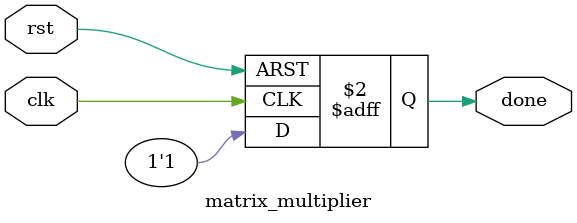
<source format=v>

module matrix_multiplier(input clk, input rst, output reg done);
    always @(posedge clk or posedge rst) begin
        if (rst)
            done <= 0;
        else
            done <= 1;
    end
endmodule

</source>
